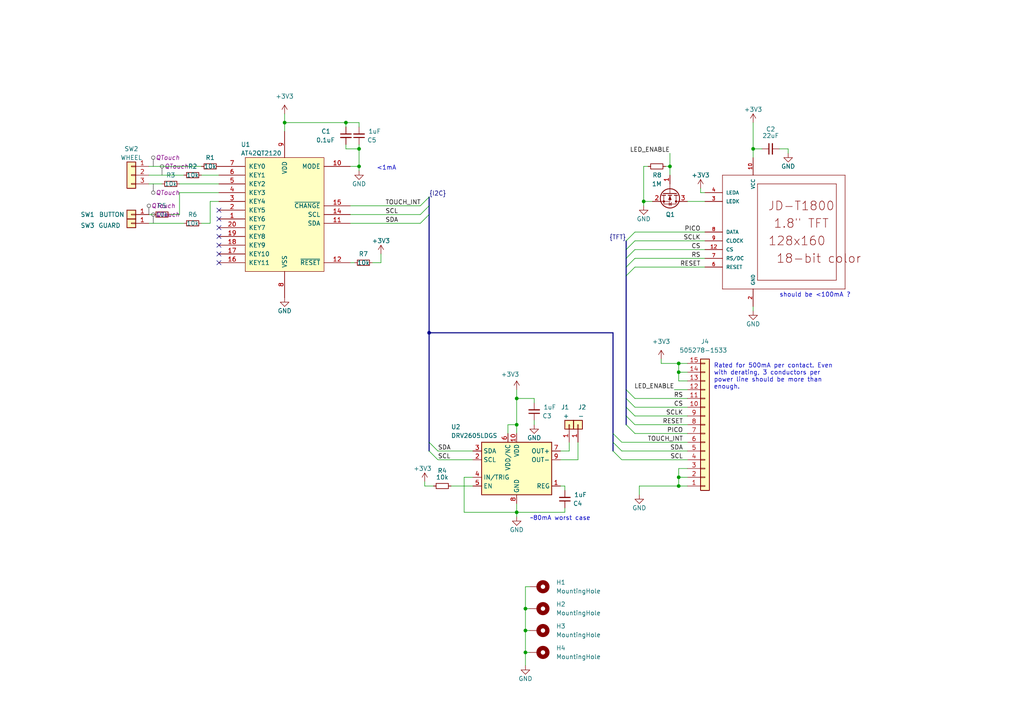
<source format=kicad_sch>
(kicad_sch (version 20230121) (generator eeschema)
  (paper "A4")
  (lib_symbols
    (symbol "Connector_Generic:Conn_01x01" (pin_names (offset 1.016) hide)
      (property "Reference" "J" (at 0 2.54 0))
      (property "Value" "Conn_01x01" (at 0 -2.54 0))
      (symbol "Conn_01x01_1_1"
        (rectangle (start -1.27 0.127) (end 0 -0.127) (stroke (width 0.1524)))
        (rectangle (start -1.27 1.27) (end 1.27 -1.27) (stroke (width 0.254)) (fill (type background)))
        (pin passive line (at -5.08 0 0) (length 3.81) (name "Pin_1") (number "1"))
      )
    )
    (symbol "Connector_Generic:Conn_01x03" (pin_names (offset 1.016) hide)
      (property "Reference" "J" (at 0 5.08 0))
      (property "Value" "Conn_01x03" (at 0 -5.08 0))
      (symbol "Conn_01x03_1_1"
        (rectangle (start -1.27 -2.413) (end 0 -2.667) (stroke (width 0.1524)))
        (rectangle (start -1.27 0.127) (end 0 -0.127) (stroke (width 0.1524)))
        (rectangle (start -1.27 2.667) (end 0 2.413) (stroke (width 0.1524)))
        (rectangle (start -1.27 3.81) (end 1.27 -3.81) (stroke (width 0.254)) (fill (type background)))
        (pin passive line (at -5.08 2.54 0) (length 3.81) (name "Pin_1") (number "1"))
        (pin passive line (at -5.08 0 0) (length 3.81) (name "Pin_2") (number "2"))
        (pin passive line (at -5.08 -2.54 0) (length 3.81) (name "Pin_3") (number "3"))
      )
    )
    (symbol "Connector_Generic:Conn_01x15" (pin_names (offset 1.016) hide)
      (property "Reference" "J" (at 0 20.32 0))
      (property "Value" "Conn_01x15" (at 0 -20.32 0))
      (symbol "Conn_01x15_1_1"
        (rectangle (start -1.27 -17.653) (end 0 -17.907) (stroke (width 0.1524)))
        (rectangle (start -1.27 -15.113) (end 0 -15.367) (stroke (width 0.1524)))
        (rectangle (start -1.27 -12.573) (end 0 -12.827) (stroke (width 0.1524)))
        (rectangle (start -1.27 -10.033) (end 0 -10.287) (stroke (width 0.1524)))
        (rectangle (start -1.27 -7.493) (end 0 -7.747) (stroke (width 0.1524)))
        (rectangle (start -1.27 -4.953) (end 0 -5.207) (stroke (width 0.1524)))
        (rectangle (start -1.27 -2.413) (end 0 -2.667) (stroke (width 0.1524)))
        (rectangle (start -1.27 0.127) (end 0 -0.127) (stroke (width 0.1524)))
        (rectangle (start -1.27 2.667) (end 0 2.413) (stroke (width 0.1524)))
        (rectangle (start -1.27 5.207) (end 0 4.953) (stroke (width 0.1524)))
        (rectangle (start -1.27 7.747) (end 0 7.493) (stroke (width 0.1524)))
        (rectangle (start -1.27 10.287) (end 0 10.033) (stroke (width 0.1524)))
        (rectangle (start -1.27 12.827) (end 0 12.573) (stroke (width 0.1524)))
        (rectangle (start -1.27 15.367) (end 0 15.113) (stroke (width 0.1524)))
        (rectangle (start -1.27 17.907) (end 0 17.653) (stroke (width 0.1524)))
        (rectangle (start -1.27 19.05) (end 1.27 -19.05) (stroke (width 0.254)) (fill (type background)))
        (pin passive line (at -5.08 17.78 0) (length 3.81) (name "Pin_1") (number "1"))
        (pin passive line (at -5.08 -5.08 0) (length 3.81) (name "Pin_10") (number "10"))
        (pin passive line (at -5.08 -7.62 0) (length 3.81) (name "Pin_11") (number "11"))
        (pin passive line (at -5.08 -10.16 0) (length 3.81) (name "Pin_12") (number "12"))
        (pin passive line (at -5.08 -12.7 0) (length 3.81) (name "Pin_13") (number "13"))
        (pin passive line (at -5.08 -15.24 0) (length 3.81) (name "Pin_14") (number "14"))
        (pin passive line (at -5.08 -17.78 0) (length 3.81) (name "Pin_15") (number "15"))
        (pin passive line (at -5.08 15.24 0) (length 3.81) (name "Pin_2") (number "2"))
        (pin passive line (at -5.08 12.7 0) (length 3.81) (name "Pin_3") (number "3"))
        (pin passive line (at -5.08 10.16 0) (length 3.81) (name "Pin_4") (number "4"))
        (pin passive line (at -5.08 7.62 0) (length 3.81) (name "Pin_5") (number "5"))
        (pin passive line (at -5.08 5.08 0) (length 3.81) (name "Pin_6") (number "6"))
        (pin passive line (at -5.08 2.54 0) (length 3.81) (name "Pin_7") (number "7"))
        (pin passive line (at -5.08 0 0) (length 3.81) (name "Pin_8") (number "8"))
        (pin passive line (at -5.08 -2.54 0) (length 3.81) (name "Pin_9") (number "9"))
      )
    )
    (symbol "Device:C_Small" (pin_numbers hide) (pin_names (offset 0.254) hide)
      (property "Reference" "C" (at 0.254 1.778 0))
      (property "Value" "C_Small" (at 0.254 -2.032 0))
      (symbol "C_Small_0_1"
        (polyline (pts (xy -1.524 -0.508) (xy 1.524 -0.508)) (stroke (width 0.3302)))
        (polyline (pts (xy -1.524 0.508) (xy 1.524 0.508)) (stroke (width 0.3048)))
      )
      (symbol "C_Small_1_1"
        (pin passive line (at 0 2.54 270) (length 2.032) (name "~") (number "1"))
        (pin passive line (at 0 -2.54 90) (length 2.032) (name "~") (number "2"))
      )
    )
    (symbol "Device:Q_NMOS_GSD" (pin_names (offset 0) hide)
      (property "Reference" "Q" (at 5.08 1.27 0))
      (property "Value" "Q_NMOS_GSD" (at 5.08 -1.27 0))
      (symbol "Q_NMOS_GSD_0_1"
        (polyline (pts (xy 0.254 0) (xy -2.54 0)))
        (polyline (pts (xy 0.254 1.905) (xy 0.254 -1.905)) (stroke (width 0.254)))
        (polyline (pts (xy 0.762 -1.27) (xy 0.762 -2.286)) (stroke (width 0.254)))
        (polyline (pts (xy 0.762 0.508) (xy 0.762 -0.508)) (stroke (width 0.254)))
        (polyline (pts (xy 0.762 2.286) (xy 0.762 1.27)) (stroke (width 0.254)))
        (polyline (pts (xy 2.54 2.54) (xy 2.54 1.778)))
        (polyline (pts (xy 2.54 -2.54) (xy 2.54 0) (xy 0.762 0)))
        (polyline (pts (xy 0.762 -1.778) (xy 3.302 -1.778) (xy 3.302 1.778) (xy 0.762 1.778)))
        (polyline (pts (xy 1.016 0) (xy 2.032 0.381) (xy 2.032 -0.381) (xy 1.016 0)) (fill (type outline)))
        (polyline (pts (xy 2.794 0.508) (xy 2.921 0.381) (xy 3.683 0.381) (xy 3.81 0.254)))
        (polyline (pts (xy 3.302 0.381) (xy 2.921 -0.254) (xy 3.683 -0.254) (xy 3.302 0.381)))
        (circle (center 1.651 0) (radius 2.794) (stroke (width 0.254)))
        (circle (center 2.54 -1.778) (radius 0.254) (fill (type outline)))
        (circle (center 2.54 1.778) (radius 0.254) (fill (type outline)))
      )
      (symbol "Q_NMOS_GSD_1_1"
        (pin input line (at -5.08 0 0) (length 2.54) (name "G") (number "1"))
        (pin passive line (at 2.54 -5.08 90) (length 2.54) (name "S") (number "2"))
        (pin passive line (at 2.54 5.08 270) (length 2.54) (name "D") (number "3"))
      )
    )
    (symbol "Device:R_Small" (pin_numbers hide) (pin_names (offset 0.254) hide)
      (property "Reference" "R" (at 0.762 0.508 0))
      (property "Value" "R_Small" (at 0.762 -1.016 0))
      (symbol "R_Small_0_1"
        (rectangle (start -0.762 1.778) (end 0.762 -1.778) (stroke (width 0.2032)))
      )
      (symbol "R_Small_1_1"
        (pin passive line (at 0 2.54 270) (length 0.762) (name "~") (number "1"))
        (pin passive line (at 0 -2.54 90) (length 0.762) (name "~") (number "2"))
      )
    )
    (symbol "Driver_Haptic:DRV2605LDGS"
      (property "Reference" "U" (at -10.16 8.255 0))
      (property "Value" "DRV2605LDGS" (at 2.54 -8.89 0))
      (symbol "DRV2605LDGS_0_1"
        (rectangle (start -10.16 7.62) (end 10.16 -7.62) (stroke (width 0.254)) (fill (type background)))
      )
      (symbol "DRV2605LDGS_1_1"
        (pin passive line (at 12.7 -5.08 180) (length 2.54) (name "REG") (number "1"))
        (pin power_in line (at 0 10.16 270) (length 2.54) (name "VDD") (number "10"))
        (pin input line (at -12.7 2.54 0) (length 2.54) (name "SCL") (number "2"))
        (pin bidirectional line (at -12.7 5.08 0) (length 2.54) (name "SDA") (number "3"))
        (pin input line (at -12.7 -2.54 0) (length 2.54) (name "IN/TRIG") (number "4"))
        (pin input line (at -12.7 -5.08 0) (length 2.54) (name "EN") (number "5"))
        (pin power_in line (at -2.54 10.16 270) (length 2.54) (name "VDD/NC") (number "6"))
        (pin output line (at 12.7 5.08 180) (length 2.54) (name "OUT+") (number "7"))
        (pin power_in line (at 0 -10.16 90) (length 2.54) (name "GND") (number "8"))
        (pin output line (at 12.7 2.54 180) (length 2.54) (name "OUT-") (number "9"))
      )
    )
    (symbol "Mechanical:MountingHole_Pad" (pin_numbers hide) (pin_names (offset 1.016) hide)
      (property "Reference" "H" (at 0 6.35 0))
      (property "Value" "MountingHole_Pad" (at 0 4.445 0))
      (symbol "MountingHole_Pad_0_1"
        (circle (center 0 1.27) (radius 1.27) (stroke (width 1.27)))
      )
      (symbol "MountingHole_Pad_1_1"
        (pin input line (at 0 -2.54 90) (length 2.54) (name "1") (number "1"))
      )
    )
    (symbol "faceplate-symbols:AT42QT2120" (pin_names (offset 1.016))
      (property "Reference" "U" (at 0 -2.54 0))
      (property "Value" "AT42QT2120" (at 0 2.54 0))
      (symbol "AT42QT2120_1_0"
        (rectangle (start -11.43 16.51) (end 11.43 -16.51) (fill (type background)))
      )
      (symbol "AT42QT2120_1_1"
        (pin bidirectional line (at -19.05 -1.27 0) (length 7.62) (name "KEY6") (number "1"))
        (pin input line (at 19.05 13.97 180) (length 7.62) (name "MODE") (number "10"))
        (pin tri_state line (at 19.05 -2.54 180) (length 7.62) (name "SDA") (number "11"))
        (pin input line (at 19.05 -13.97 180) (length 7.62) (name "~{RESET}") (number "12"))
        (pin no_connect line (at 7.62 -24.13 90) (length 7.62) hide (name "NC") (number "13"))
        (pin tri_state line (at 19.05 0 180) (length 7.62) (name "SCL") (number "14"))
        (pin tri_state line (at 19.05 2.54 180) (length 7.62) (name "~{CHANGE}") (number "15"))
        (pin bidirectional line (at -19.05 -13.97 0) (length 7.62) (name "KEY11") (number "16"))
        (pin bidirectional line (at -19.05 -11.43 0) (length 7.62) (name "KEY10") (number "17"))
        (pin bidirectional line (at -19.05 -8.89 0) (length 7.62) (name "KEY9") (number "18"))
        (pin bidirectional line (at -19.05 -6.35 0) (length 7.62) (name "KEY8") (number "19"))
        (pin bidirectional line (at -19.05 1.27 0) (length 7.62) (name "KEY5") (number "2"))
        (pin bidirectional line (at -19.05 -3.81 0) (length 7.62) (name "KEY7") (number "20"))
        (pin bidirectional line (at -19.05 3.81 0) (length 7.62) (name "KEY4") (number "3"))
        (pin bidirectional line (at -19.05 6.35 0) (length 7.62) (name "KEY3") (number "4"))
        (pin bidirectional line (at -19.05 8.89 0) (length 7.62) (name "KEY2") (number "5"))
        (pin bidirectional line (at -19.05 11.43 0) (length 7.62) (name "KEY1") (number "6"))
        (pin bidirectional line (at -19.05 13.97 0) (length 7.62) (name "KEY0") (number "7"))
        (pin power_in line (at 0 -24.13 90) (length 7.62) (name "VSS") (number "8"))
        (pin power_in line (at 0 24.13 270) (length 7.62) (name "VDD") (number "9"))
      )
    )
    (symbol "faceplate-symbols:JD-T1800" (pin_names (offset 1.016))
      (symbol "JD-T1800_1_0"
        (polyline (pts (xy -17.78 -15.24) (xy -17.78 17.78)))
        (polyline (pts (xy -17.78 17.78) (xy 17.78 17.78)))
        (polyline (pts (xy -7.62 -12.7) (xy -7.62 15.24)))
        (polyline (pts (xy -7.62 15.24) (xy 15.24 15.24)))
        (polyline (pts (xy 15.24 -12.7) (xy -7.62 -12.7)))
        (polyline (pts (xy 15.24 15.24) (xy 15.24 -12.7)))
        (polyline (pts (xy 17.78 -15.24) (xy -17.78 -15.24)))
        (polyline (pts (xy 17.78 17.78) (xy 17.78 -15.24)))
        (text "1.8\" TFT" (at 5.08 3.81 0) (effects (font (size 2.54 2.54))))
        (text "128x160" (at 3.81 -1.27 0) (effects (font (size 2.54 2.54))))
        (text "18-bit color" (at 10.16 -6.35 0) (effects (font (size 2.54 2.54))))
        (text "JD-T1800" (at 5.08 8.89 0) (effects (font (size 2.54 2.54))))
      )
      (symbol "JD-T1800_1_1"
        (pin power_in line (at -8.89 22.86 270) (length 5.08) (name "VCC") (number "10"))
        (pin power_in line (at -8.89 22.86 270) (length 5.08) hide (name "VCC2") (number "11"))
        (pin input line (at -22.86 -3.81 0) (length 5.08) (name "CS") (number "12"))
        (pin power_in line (at -8.89 -20.32 90) (length 5.08) hide (name "GND2") (number "13"))
        (pin power_in line (at -8.89 -20.32 90) (length 5.08) (name "GND") (number "2"))
        (pin input line (at -22.86 10.16 0) (length 5.08) (name "LEDK") (number "3"))
        (pin input line (at -22.86 12.7 0) (length 5.08) (name "LEDA") (number "4"))
        (pin power_in line (at -8.89 -20.32 90) (length 5.08) hide (name "GND1") (number "5"))
        (pin input line (at -22.86 -8.89 0) (length 5.08) (name "RESET") (number "6"))
        (pin input line (at -22.86 -6.35 0) (length 5.08) (name "RS/DC") (number "7"))
        (pin bidirectional line (at -22.86 1.27 0) (length 5.08) (name "DATA") (number "8"))
        (pin input line (at -22.86 -1.27 0) (length 5.08) (name "CLOCK") (number "9"))
      )
    )
    (symbol "power:+3V3" (power) (pin_names (offset 0))
      (property "Value" "+3V3" (at 0 3.556 0))
      (symbol "+3V3_0_1"
        (polyline (pts (xy -0.762 1.27) (xy 0 2.54)))
        (polyline (pts (xy 0 0) (xy 0 2.54)))
        (polyline (pts (xy 0 2.54) (xy 0.762 1.27)))
      )
      (symbol "+3V3_1_1"
        (pin power_in line (at 0 0 90) (length 0) hide (name "+3V3") (number "1"))
      )
    )
    (symbol "power:GND" (power) (pin_names (offset 0))
      (property "Value" "GND" (at 0 -3.81 0))
      (symbol "GND_0_1"
        (polyline (pts (xy 0 0) (xy 0 -1.27) (xy 1.27 -1.27) (xy 0 -2.54) (xy -1.27 -1.27) (xy 0 -1.27)))
      )
      (symbol "GND_1_1"
        (pin power_in line (at 0 0 270) (length 0) hide (name "GND") (number "1"))
      )
    )
  )
  (bus_alias "TFT" (members "PICO" "SCLK" "CS" "RESET" "RS"))
  (bus_alias "I2C" (members "SDA" "SCL" "TOUCH_INT"))
  (junction (at 82.55 35.56))
  (junction (at 152.4 189.23))
  (junction (at 196.85 138.43))
  (junction (at 149.86 148.59))
  (junction (at 104.14 48.26))
  (junction (at 186.69 58.42))
  (junction (at 149.86 115.57))
  (junction (at 104.14 43.18))
  (junction (at 196.85 140.97))
  (junction (at 124.46 96.52))
  (junction (at 152.4 182.88))
  (junction (at 194.31 48.26))
  (junction (at 218.44 43.18))
  (junction (at 152.4 176.53))
  (junction (at 196.85 107.95))
  (junction (at 100.33 35.56))
  (junction (at 149.86 123.19))
  (junction (at 196.85 105.41))
  (no_connect (at 63.5 60.96))
  (no_connect (at 63.5 63.5))
  (no_connect (at 63.5 66.04))
  (no_connect (at 63.5 68.58))
  (no_connect (at 63.5 71.12))
  (no_connect (at 63.5 73.66))
  (no_connect (at 63.5 76.2))
  (bus_entry (at 181.61 69.85) (size 2.54 -2.54))
  (bus_entry (at 124.46 57.15) (size -2.54 2.54))
  (bus_entry (at 181.61 123.19) (size 2.54 2.54))
  (bus_entry (at 181.61 115.57) (size 2.54 2.54))
  (bus_entry (at 177.8 130.81) (size 2.54 2.54))
  (bus_entry (at 181.61 113.03) (size 2.54 2.54))
  (bus_entry (at 181.61 120.65) (size 2.54 2.54))
  (bus_entry (at 181.61 118.11) (size 2.54 2.54))
  (bus_entry (at 181.61 80.01) (size 2.54 -2.54))
  (bus_entry (at 181.61 77.47) (size 2.54 -2.54))
  (bus_entry (at 124.46 62.23) (size -2.54 2.54))
  (bus_entry (at 124.46 59.69) (size -2.54 2.54))
  (bus_entry (at 124.46 128.27) (size 2.54 2.54))
  (bus_entry (at 177.8 125.73) (size 2.54 2.54))
  (bus_entry (at 181.61 74.93) (size 2.54 -2.54))
  (bus_entry (at 124.46 130.81) (size 2.54 2.54))
  (bus_entry (at 181.61 72.39) (size 2.54 -2.54))
  (bus_entry (at 177.8 128.27) (size 2.54 2.54))
  (wire (pts (xy 196.85 105.41) (xy 199.39 105.41)))
  (bus (pts (xy 124.46 62.23) (xy 124.46 96.52)))
  (bus (pts (xy 124.46 96.52) (xy 124.46 128.27)))
  (bus (pts (xy 124.46 57.15) (xy 124.46 59.69)))
  (wire (pts (xy 147.32 125.73) (xy 147.32 123.19)))
  (wire (pts (xy 104.14 48.26) (xy 104.14 49.53)))
  (wire (pts (xy 127 130.81) (xy 137.16 130.81)))
  (wire (pts (xy 165.1 128.27) (xy 165.1 130.81)))
  (wire (pts (xy 63.5 55.88) (xy 52.07 55.88)))
  (wire (pts (xy 162.56 140.97) (xy 163.83 140.97)))
  (wire (pts (xy 149.86 115.57) (xy 154.94 115.57)))
  (wire (pts (xy 149.86 113.03) (xy 149.86 115.57)))
  (wire (pts (xy 184.15 115.57) (xy 199.39 115.57)))
  (wire (pts (xy 180.34 128.27) (xy 199.39 128.27)))
  (wire (pts (xy 152.4 189.23) (xy 153.67 189.23)))
  (wire (pts (xy 191.77 104.14) (xy 191.77 105.41)))
  (wire (pts (xy 82.55 35.56) (xy 100.33 35.56)))
  (wire (pts (xy 154.94 115.57) (xy 154.94 116.84)))
  (wire (pts (xy 104.14 43.18) (xy 100.33 43.18)))
  (wire (pts (xy 199.39 110.49) (xy 196.85 110.49)))
  (wire (pts (xy 134.62 138.43) (xy 134.62 148.59)))
  (wire (pts (xy 130.81 140.97) (xy 137.16 140.97)))
  (wire (pts (xy 100.33 36.83) (xy 100.33 35.56)))
  (wire (pts (xy 100.33 43.18) (xy 100.33 41.91)))
  (wire (pts (xy 63.5 58.42) (xy 60.96 58.42)))
  (wire (pts (xy 123.19 140.97) (xy 125.73 140.97)))
  (wire (pts (xy 218.44 43.18) (xy 220.98 43.18)))
  (bus (pts (xy 181.61 72.39) (xy 181.61 74.93)))
  (wire (pts (xy 184.15 74.93) (xy 204.47 74.93)))
  (wire (pts (xy 186.69 59.69) (xy 186.69 58.42)))
  (wire (pts (xy 203.2 54.61) (xy 203.2 55.88)))
  (bus (pts (xy 181.61 77.47) (xy 181.61 80.01)))
  (wire (pts (xy 167.64 128.27) (xy 167.64 133.35)))
  (wire (pts (xy 186.69 48.26) (xy 186.69 58.42)))
  (wire (pts (xy 180.34 130.81) (xy 199.39 130.81)))
  (wire (pts (xy 184.15 118.11) (xy 199.39 118.11)))
  (bus (pts (xy 124.46 96.52) (xy 177.8 96.52)))
  (wire (pts (xy 196.85 135.89) (xy 196.85 138.43)))
  (wire (pts (xy 199.39 58.42) (xy 204.47 58.42)))
  (wire (pts (xy 110.49 73.66) (xy 110.49 76.2)))
  (wire (pts (xy 127 133.35) (xy 137.16 133.35)))
  (wire (pts (xy 58.42 50.8) (xy 63.5 50.8)))
  (wire (pts (xy 152.4 170.18) (xy 153.67 170.18)))
  (wire (pts (xy 187.96 48.26) (xy 186.69 48.26)))
  (wire (pts (xy 163.83 148.59) (xy 163.83 147.32)))
  (wire (pts (xy 149.86 148.59) (xy 149.86 149.86)))
  (bus (pts (xy 181.61 69.85) (xy 181.61 72.39)))
  (wire (pts (xy 184.15 125.73) (xy 199.39 125.73)))
  (wire (pts (xy 228.6 43.18) (xy 228.6 44.45)))
  (wire (pts (xy 104.14 43.18) (xy 104.14 48.26)))
  (wire (pts (xy 134.62 148.59) (xy 149.86 148.59)))
  (wire (pts (xy 104.14 41.91) (xy 104.14 43.18)))
  (wire (pts (xy 43.18 50.8) (xy 53.34 50.8)))
  (wire (pts (xy 218.44 90.17) (xy 218.44 88.9)))
  (wire (pts (xy 101.6 62.23) (xy 121.92 62.23)))
  (bus (pts (xy 181.61 80.01) (xy 181.61 113.03)))
  (wire (pts (xy 180.34 133.35) (xy 199.39 133.35)))
  (bus (pts (xy 124.46 128.27) (xy 124.46 130.81)))
  (wire (pts (xy 199.39 135.89) (xy 196.85 135.89)))
  (wire (pts (xy 184.15 120.65) (xy 199.39 120.65)))
  (bus (pts (xy 181.61 118.11) (xy 181.61 120.65)))
  (wire (pts (xy 165.1 130.81) (xy 162.56 130.81)))
  (wire (pts (xy 226.06 43.18) (xy 228.6 43.18)))
  (wire (pts (xy 152.4 193.04) (xy 152.4 189.23)))
  (bus (pts (xy 177.8 128.27) (xy 177.8 130.81)))
  (wire (pts (xy 152.4 176.53) (xy 153.67 176.53)))
  (wire (pts (xy 52.07 53.34) (xy 63.5 53.34)))
  (bus (pts (xy 181.61 115.57) (xy 181.61 118.11)))
  (wire (pts (xy 43.18 64.77) (xy 53.34 64.77)))
  (bus (pts (xy 181.61 74.93) (xy 181.61 77.47)))
  (wire (pts (xy 203.2 55.88) (xy 204.47 55.88)))
  (wire (pts (xy 196.85 110.49) (xy 196.85 107.95)))
  (wire (pts (xy 193.04 48.26) (xy 194.31 48.26)))
  (wire (pts (xy 152.4 189.23) (xy 152.4 182.88)))
  (wire (pts (xy 104.14 36.83) (xy 104.14 35.56)))
  (wire (pts (xy 163.83 140.97) (xy 163.83 142.24)))
  (wire (pts (xy 196.85 140.97) (xy 199.39 140.97)))
  (wire (pts (xy 154.94 123.19) (xy 154.94 121.92)))
  (wire (pts (xy 82.55 35.56) (xy 82.55 38.1)))
  (wire (pts (xy 152.4 176.53) (xy 152.4 170.18)))
  (wire (pts (xy 152.4 182.88) (xy 152.4 176.53)))
  (wire (pts (xy 185.42 143.51) (xy 185.42 140.97)))
  (wire (pts (xy 184.15 67.31) (xy 204.47 67.31)))
  (wire (pts (xy 191.77 105.41) (xy 196.85 105.41)))
  (wire (pts (xy 101.6 64.77) (xy 121.92 64.77)))
  (wire (pts (xy 194.31 48.26) (xy 194.31 50.8)))
  (wire (pts (xy 137.16 138.43) (xy 134.62 138.43)))
  (bus (pts (xy 124.46 59.69) (xy 124.46 62.23)))
  (wire (pts (xy 149.86 115.57) (xy 149.86 123.19)))
  (wire (pts (xy 167.64 133.35) (xy 162.56 133.35)))
  (wire (pts (xy 196.85 107.95) (xy 196.85 105.41)))
  (wire (pts (xy 52.07 62.23) (xy 49.53 62.23)))
  (wire (pts (xy 196.85 138.43) (xy 196.85 140.97)))
  (wire (pts (xy 184.15 123.19) (xy 199.39 123.19)))
  (bus (pts (xy 181.61 113.03) (xy 181.61 115.57)))
  (wire (pts (xy 194.31 44.45) (xy 194.31 48.26)))
  (wire (pts (xy 101.6 59.69) (xy 121.92 59.69)))
  (wire (pts (xy 184.15 69.85) (xy 204.47 69.85)))
  (bus (pts (xy 177.8 125.73) (xy 177.8 128.27)))
  (wire (pts (xy 152.4 182.88) (xy 153.67 182.88)))
  (wire (pts (xy 52.07 55.88) (xy 52.07 62.23)))
  (wire (pts (xy 102.87 76.2) (xy 101.6 76.2)))
  (wire (pts (xy 218.44 43.18) (xy 218.44 45.72)))
  (wire (pts (xy 147.32 123.19) (xy 149.86 123.19)))
  (wire (pts (xy 149.86 146.05) (xy 149.86 148.59)))
  (wire (pts (xy 82.55 33.02) (xy 82.55 35.56)))
  (wire (pts (xy 195.58 113.03) (xy 199.39 113.03)))
  (wire (pts (xy 43.18 53.34) (xy 46.99 53.34)))
  (bus (pts (xy 177.8 96.52) (xy 177.8 125.73)))
  (wire (pts (xy 101.6 48.26) (xy 104.14 48.26)))
  (wire (pts (xy 149.86 123.19) (xy 149.86 125.73)))
  (wire (pts (xy 110.49 76.2) (xy 107.95 76.2)))
  (wire (pts (xy 184.15 77.47) (xy 204.47 77.47)))
  (wire (pts (xy 184.15 72.39) (xy 204.47 72.39)))
  (wire (pts (xy 123.19 139.7) (xy 123.19 140.97)))
  (bus (pts (xy 181.61 120.65) (xy 181.61 123.19)))
  (wire (pts (xy 199.39 107.95) (xy 196.85 107.95)))
  (wire (pts (xy 199.39 138.43) (xy 196.85 138.43)))
  (wire (pts (xy 60.96 64.77) (xy 58.42 64.77)))
  (wire (pts (xy 60.96 58.42) (xy 60.96 64.77)))
  (wire (pts (xy 186.69 58.42) (xy 189.23 58.42)))
  (wire (pts (xy 163.83 148.59) (xy 149.86 148.59)))
  (wire (pts (xy 185.42 140.97) (xy 196.85 140.97)))
  (wire (pts (xy 43.18 62.23) (xy 44.45 62.23)))
  (wire (pts (xy 104.14 35.56) (xy 100.33 35.56)))
  (wire (pts (xy 43.18 48.26) (xy 58.42 48.26)))
  (wire (pts (xy 218.44 35.56) (xy 218.44 43.18)))
  (text "should be <100mA ?" (at 226.06 86.36 0) (effects (font (size 1.27 1.27)) (justify left bottom)))
  (text "~80mA worst case" (at 153.67 151.13 0) (effects (font (size 1.27 1.27)) (justify left bottom)))
  (text "Rated for 500mA per contact. Even\nwith derating, 3 conductors per\npower line should be more than\nenough." (at 207.01 113.03 0) (effects (font (size 1.27 1.27)) (justify left bottom)))
  (text "<1mA" (at 109.22 49.53 0) (effects (font (size 1.27 1.27)) (justify left bottom)))
  (label "RESET" (at 198.12 123.19 180))
  (label "SCLK" (at 198.12 120.65 180))
  (label "TOUCH_INT" (at 111.76 59.69 0))
  (label "RESET" (at 203.2 77.47 180))
  (label "CS" (at 198.12 118.11 180))
  (label "SCL" (at 127 133.35 0))
  (label "SDA" (at 111.76 64.77 0))
  (label "SCL" (at 111.76 62.23 0))
  (label "SCL" (at 198.12 133.35 180))
  (label "SDA" (at 198.12 130.81 180))
  (label "PICO" (at 198.12 125.73 180))
  (label "CS" (at 203.2 72.39 180))
  (label "{TFT}" (at 181.61 69.85 180))
  (label "LED_ENABLE" (at 195.58 113.03 180))
  (label "TOUCH_INT" (at 198.12 128.27 180))
  (label "RS" (at 203.2 74.93 180))
  (label "RS" (at 198.12 115.57 180))
  (label "LED_ENABLE" (at 194.31 44.45 180))
  (label "{I2C}" (at 124.46 57.15 0))
  (label "SDA" (at 127 130.81 0))
  (label "PICO" (at 203.2 67.31 180))
  (label "SCLK" (at 203.2 69.85 180))
  (netclass_flag "" (length 2.54) (shape round) (at 46.99 50.8 0) (property "Netclass" "QTouch" (at 47.6885 48.26 0) (effects (font italic) (justify left))))
  (netclass_flag "" (length 2.54) (shape round) (at 44.45 48.26 0) (property "Netclass" "QTouch" (at 45.1485 45.72 0) (effects (font italic) (justify left))))
  (netclass_flag "" (length 2.54) (shape round) (at 44.45 64.77 0) (property "Netclass" "QTouch" (at 45.1485 62.23 0) (effects (font italic) (justify left))))
  (netclass_flag "" (length 2.54) (shape round) (at 43.18 62.23 0) (property "Netclass" "QTouch" (at 43.8785 59.69 0) (effects (font italic) (justify left))))
  (netclass_flag "" (length 2.54) (shape round) (at 44.45 53.34 180) (property "Netclass" "QTouch" (at 45.1485 55.88 0) (effects (font italic) (justify left))))
  (symbol (lib_id "power:GND") (at 149.86 149.86 0) (unit 1)
    (property "Reference" "#PWR0108" (effects hide))
    (property "Value" "GND" (at 149.86 153.67 0))
  )
  (symbol (lib_id "power:GND") (at 104.14 49.53 0) (unit 1)
    (property "Reference" "#PWR02" (effects hide))
    (property "Value" "GND" (at 104.14 53.34 0))
  )
  (symbol (lib_id "power:+3V3") (at 82.55 33.02 0) (unit 1)
    (property "Reference" "#PWR01" (effects hide))
    (property "Value" "+3V3" (at 82.55 27.94 0))
  )
  (symbol (lib_id "Driver_Haptic:DRV2605LDGS") (at 149.86 135.89 0) (unit 1)
    (property "Reference" "U2" (at 130.81 123.825 0) (effects (justify left)))
    (property "Value" "DRV2605LDGS" (at 130.81 126.365 0) (effects (justify left)))
    (property "Footprint" "Package_SO:VSSOP-10_3x3mm_P0.5mm" (effects hide))
    (property "Datasheet" "http://www.ti.com/lit/ds/symlink/drv2605l.pdf" (effects hide))
    (property "MPN" "DRV2605LDGST" (effects hide))
  )
  (symbol (lib_id "power:GND") (at 228.6 44.45 0) (unit 1)
    (property "Reference" "#PWR07" (effects hide))
    (property "Value" "GND" (at 228.6 48.26 0))
  )
  (symbol (lib_id "Device:R_Small") (at 49.53 53.34 90) (unit 1)
    (property "Reference" "R3" (at 49.53 50.8 90))
    (property "Value" "10k" (at 49.53 53.34 90))
    (property "Footprint" "Resistor_SMD:R_0603_1608Metric" (effects hide))
    (property "MPN" "AC0603JR-0710KL" (effects hide))
  )
  (symbol (lib_id "Device:R_Small") (at 55.88 64.77 90) (unit 1)
    (property "Reference" "R6" (at 55.88 62.23 90))
    (property "Value" "10k" (at 55.88 64.77 90))
    (property "Footprint" "Resistor_SMD:R_0603_1608Metric" (effects hide))
    (property "MPN" "AC0603JR-0710KL" (effects hide))
  )
  (symbol (lib_id "Mechanical:MountingHole_Pad") (at 156.21 189.23 270) (unit 1)
    (property "Reference" "H4" (at 161.29 187.96 90) (effects (justify left)))
    (property "Value" "MountingHole" (at 161.29 190.5 90) (effects (justify left)))
    (property "Footprint" "MountingHole:MountingHole_2.2mm_M2_Pad_Via" (effects hide))
  )
  (symbol (lib_id "Mechanical:MountingHole_Pad") (at 156.21 182.88 270) (unit 1)
    (property "Reference" "H3" (at 161.29 181.61 90) (effects (justify left)))
    (property "Value" "MountingHole" (at 161.29 184.15 90) (effects (justify left)))
    (property "Footprint" "MountingHole:MountingHole_2.2mm_M2_Pad_Via" (effects hide))
  )
  (symbol (lib_id "Connector_Generic:Conn_01x03") (at 38.1 50.8 0) (mirror y) (unit 1)
    (property "Reference" "SW2" (at 38.1 43.18 0))
    (property "Value" "WHEEL" (at 38.1 45.72 0))
    (property "Footprint" "faceplate-footprints:qtouch-wheel" (effects hide))
  )
  (symbol (lib_id "power:GND") (at 185.42 143.51 0) (unit 1)
    (property "Reference" "#PWR0102" (effects hide))
    (property "Value" "GND" (at 185.42 147.32 0))
  )
  (symbol (lib_id "Device:C_Small") (at 154.94 119.38 180) (unit 1)
    (property "Reference" "C3" (at 160.02 120.65 0) (effects (justify left)))
    (property "Value" "1uF" (at 161.29 118.11 0) (effects (justify left)))
    (property "Footprint" "Capacitor_SMD:C_0805_2012Metric" (effects hide))
    (property "MPN" "GRM216R61C105KA88D" (effects hide))
  )
  (symbol (lib_id "power:GND") (at 186.69 59.69 0) (unit 1)
    (property "Reference" "#PWR09" (effects hide))
    (property "Value" "GND" (at 186.69 63.5 0))
  )
  (symbol (lib_id "Device:R_Small") (at 128.27 140.97 90) (unit 1)
    (property "Reference" "R4" (at 128.27 136.525 90))
    (property "Value" "10k" (at 128.27 138.43 90))
    (property "Footprint" "Resistor_SMD:R_0603_1608Metric" (effects hide))
    (property "MPN" "AC0603JR-0710KL" (effects hide))
  )
  (symbol (lib_id "Connector_Generic:Conn_01x01") (at 165.1 123.19 270) (mirror x) (unit 1)
    (property "Reference" "J1" (at 165.1 118.11 90) (effects (justify right)))
    (property "Value" "+" (at 165.1 120.65 90) (effects (justify right)))
    (property "Footprint" "TestPoint:TestPoint_Pad_D1.5mm" (effects hide))
  )
  (symbol (lib_id "power:GND") (at 154.94 123.19 0) (unit 1)
    (property "Reference" "#PWR0106" (effects hide))
    (property "Value" "GND" (at 154.94 127 0))
  )
  (symbol (lib_id "Device:R_Small") (at 190.5 48.26 270) (unit 1)
    (property "Reference" "R8" (at 189.23 50.8 90) (effects (justify left)))
    (property "Value" "1M" (at 190.5 53.34 90))
    (property "Footprint" "Resistor_SMD:R_0603_1608Metric" (effects hide))
    (property "MPN" "AC0603FR-131ML" (effects hide))
  )
  (symbol (lib_id "Device:C_Small") (at 104.14 39.37 180) (unit 1)
    (property "Reference" "C5" (at 109.22 40.64 0) (effects (justify left)))
    (property "Value" "1uF" (at 110.49 38.1 0) (effects (justify left)))
    (property "Footprint" "Capacitor_SMD:C_0805_2012Metric" (effects hide))
    (property "MPN" "GRM216R61C105KA88D" (effects hide))
  )
  (symbol (lib_id "Device:C_Small") (at 223.52 43.18 90) (unit 1)
    (property "Reference" "C2" (at 223.52 37.465 90))
    (property "Value" "22uF" (at 223.52 39.37 90))
    (property "Footprint" "Capacitor_SMD:C_1206_3216Metric" (effects hide))
    (property "MPN" "GRM319R61C226KE15D" (effects hide))
  )
  (symbol (lib_id "power:+3V3") (at 203.2 54.61 0) (unit 1)
    (property "Reference" "#PWR08" (effects hide))
    (property "Value" "+3V3" (at 203.2 50.8 0))
  )
  (symbol (lib_id "Connector_Generic:Conn_01x01") (at 38.1 64.77 180) (unit 1)
    (property "Reference" "SW3" (at 25.4 65.405 0))
    (property "Value" "GUARD" (at 31.75 65.405 0))
    (property "Footprint" "faceplate-footprints:qtouch-guard" (effects hide))
  )
  (symbol (lib_id "Device:Q_NMOS_GSD") (at 194.31 55.88 270) (unit 1)
    (property "Reference" "Q1" (at 193.04 62.23 90) (effects (justify left)))
    (property "Value" "PJC138K" (effects hide))
    (property "Footprint" "Package_TO_SOT_SMD:SOT-323_SC-70" (effects hide))
    (property "MPN" "PJC138K_R1_00001" (effects hide))
  )
  (symbol (lib_id "power:GND") (at 82.55 86.36 0) (unit 1)
    (property "Reference" "#PWR05" (effects hide))
    (property "Value" "GND" (at 82.55 90.17 0))
  )
  (symbol (lib_id "power:GND") (at 218.44 90.17 0) (unit 1)
    (property "Reference" "#PWR06" (effects hide))
    (property "Value" "GND" (at 218.44 93.98 0))
  )
  (symbol (lib_id "Device:C_Small") (at 100.33 39.37 0) (mirror y) (unit 1)
    (property "Reference" "C1" (at 95.885 38.1 0) (effects (justify left)))
    (property "Value" "0.1uF" (at 97.155 40.64 0) (effects (justify left)))
    (property "Footprint" "Capacitor_SMD:C_0603_1608Metric" (effects hide))
    (property "MPN" "GCM188R71C104KA37J" (effects hide))
  )
  (symbol (lib_id "power:+3V3") (at 123.19 139.7 0) (unit 1)
    (property "Reference" "#PWR0107" (effects hide))
    (property "Value" "+3V3" (at 122.555 135.89 0))
  )
  (symbol (lib_id "power:+3V3") (at 218.44 35.56 0) (unit 1)
    (property "Reference" "#PWR03" (effects hide))
    (property "Value" "+3V3" (at 218.44 31.75 0))
  )
  (symbol (lib_id "Device:R_Small") (at 46.99 62.23 90) (unit 1)
    (property "Reference" "R5" (at 46.99 59.69 90))
    (property "Value" "10k" (at 46.99 62.23 90))
    (property "Footprint" "Resistor_SMD:R_0603_1608Metric" (effects hide))
    (property "MPN" "AC0603JR-0710KL" (effects hide))
  )
  (symbol (lib_id "Device:C_Small") (at 163.83 144.78 180) (unit 1)
    (property "Reference" "C4" (at 168.91 146.05 0) (effects (justify left)))
    (property "Value" "1uF" (at 170.18 143.51 0) (effects (justify left)))
    (property "Footprint" "Capacitor_SMD:C_0805_2012Metric" (effects hide))
    (property "MPN" "GRM216R61C105KA88D" (effects hide))
  )
  (symbol (lib_id "power:GND") (at 152.4 193.04 0) (unit 1)
    (property "Reference" "#PWR010" (effects hide))
    (property "Value" "GND" (at 152.4 196.85 0))
  )
  (symbol (lib_id "Connector_Generic:Conn_01x01") (at 38.1 62.23 180) (unit 1)
    (property "Reference" "SW1" (at 25.4 62.23 0))
    (property "Value" "BUTTON" (at 32.385 62.23 0))
    (property "Footprint" "faceplate-footprints:qtouch-button" (effects hide))
  )
  (symbol (lib_id "Connector_Generic:Conn_01x01") (at 167.64 123.19 90) (unit 1)
    (property "Reference" "J2" (at 167.64 118.11 90) (effects (justify right)))
    (property "Value" "-" (at 167.64 120.65 90) (effects (justify right)))
    (property "Footprint" "TestPoint:TestPoint_Pad_D1.5mm" (effects hide))
  )
  (symbol (lib_id "power:+3V3") (at 149.86 113.03 0) (unit 1)
    (property "Reference" "#PWR0109" (effects hide))
    (property "Value" "+3V3" (at 147.955 108.585 0))
  )
  (symbol (lib_id "Device:R_Small") (at 60.96 48.26 90) (unit 1)
    (property "Reference" "R1" (at 60.96 45.72 90))
    (property "Value" "10k" (at 60.96 48.26 90))
    (property "Footprint" "Resistor_SMD:R_0603_1608Metric" (effects hide))
    (property "MPN" "AC0603JR-0710KL" (effects hide))
  )
  (symbol (lib_id "Mechanical:MountingHole_Pad") (at 156.21 170.18 270) (unit 1)
    (property "Reference" "H1" (at 161.29 168.91 90) (effects (justify left)))
    (property "Value" "MountingHole" (at 161.29 171.45 90) (effects (justify left)))
    (property "Footprint" "MountingHole:MountingHole_2.2mm_M2_Pad_Via" (effects hide))
  )
  (symbol (lib_id "Device:R_Small") (at 55.88 50.8 90) (unit 1)
    (property "Reference" "R2" (at 55.88 48.26 90))
    (property "Value" "10k" (at 55.88 50.8 90))
    (property "Footprint" "Resistor_SMD:R_0603_1608Metric" (effects hide))
    (property "MPN" "AC0603JR-0710KL" (effects hide))
  )
  (symbol (lib_id "Mechanical:MountingHole_Pad") (at 156.21 176.53 270) (unit 1)
    (property "Reference" "H2" (at 161.29 175.26 90) (effects (justify left)))
    (property "Value" "MountingHole" (at 161.29 177.8 90) (effects (justify left)))
    (property "Footprint" "MountingHole:MountingHole_2.2mm_M2_Pad_Via" (effects hide))
  )
  (symbol (lib_id "power:+3V3") (at 191.77 104.14 0) (unit 1)
    (property "Reference" "#PWR0101" (effects hide))
    (property "Value" "+3V3" (at 191.77 99.06 0))
  )
  (symbol (lib_id "power:+3V3") (at 110.49 73.66 0) (mirror y) (unit 1)
    (property "Reference" "#PWR04" (effects hide))
    (property "Value" "+3V3" (at 110.49 69.85 0))
  )
  (symbol (lib_id "faceplate-symbols:AT42QT2120") (at 82.55 62.23 0) (unit 1)
    (property "Reference" "U1" (at 69.85 41.91 0) (effects (justify left)))
    (property "Value" "AT42QT2120" (at 69.85 44.45 0) (effects (justify left)))
    (property "Footprint" "Package_DFN_QFN:VQFN-20-1EP_3x3mm_P0.45mm_EP1.55x1.55mm" (effects hide))
    (property "Datasheet" "DOCUMENTATION" (effects hide))
    (property "MPN" "AT42QT2120-MMH" (effects hide))
  )
  (symbol (lib_id "faceplate-symbols:JD-T1800") (at 227.33 68.58 0) (unit 1)
    (property "Reference" "LCD1" (effects hide))
    (property "Value" "JD-T1800" (effects hide))
    (property "Footprint" "faceplate-footprints:JD-T1800" (effects hide))
  )
  (symbol (lib_id "Connector_Generic:Conn_01x15") (at 204.47 123.19 0) (mirror x) (unit 1)
    (property "Reference" "J4" (at 204.47 99.06 0))
    (property "Value" "505278-1533 " (at 204.47 101.6 0))
    (property "Footprint" "faceplate-footprints:molex_5052781533" (effects hide))
    (property "MPN" "505278-1533 " (effects hide))
  )
  (symbol (lib_id "Device:R_Small") (at 105.41 76.2 90) (unit 1)
    (property "Reference" "R7" (at 105.41 73.66 90))
    (property "Value" "10k" (at 105.41 76.2 90))
    (property "Footprint" "Resistor_SMD:R_0603_1608Metric" (effects hide))
    (property "MPN" "AC0603JR-0710KL" (effects hide))
  )
)
</source>
